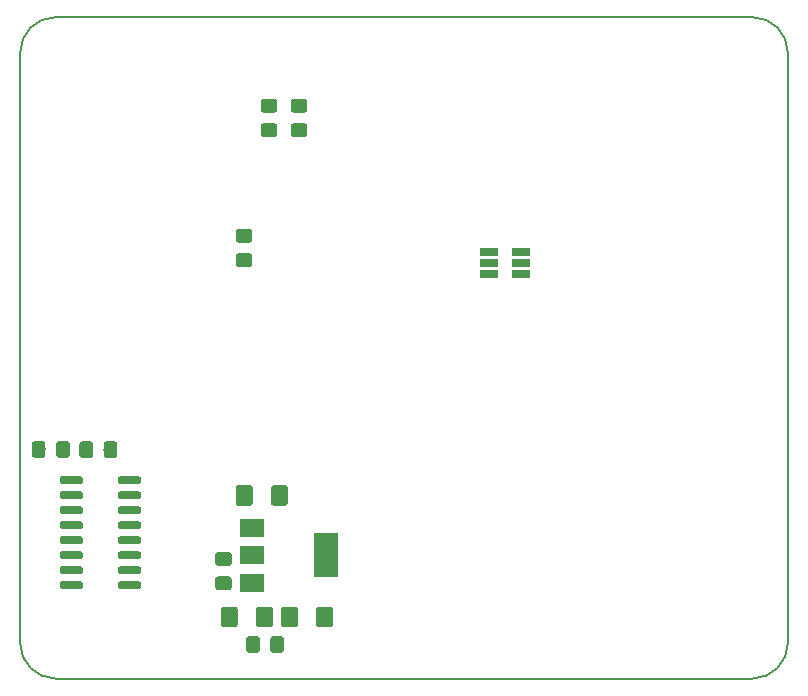
<source format=gbp>
G04 #@! TF.GenerationSoftware,KiCad,Pcbnew,(5.1.4)-1*
G04 #@! TF.CreationDate,2019-11-05T17:53:00+05:30*
G04 #@! TF.ProjectId,RPi Hat RF Transmitter V1,52506920-4861-4742-9052-46205472616e,rev?*
G04 #@! TF.SameCoordinates,Original*
G04 #@! TF.FileFunction,Paste,Bot*
G04 #@! TF.FilePolarity,Positive*
%FSLAX46Y46*%
G04 Gerber Fmt 4.6, Leading zero omitted, Abs format (unit mm)*
G04 Created by KiCad (PCBNEW (5.1.4)-1) date 2019-11-05 17:53:00*
%MOMM*%
%LPD*%
G04 APERTURE LIST*
%ADD10C,0.150000*%
%ADD11R,1.560000X0.650000*%
%ADD12R,2.000000X1.500000*%
%ADD13R,2.000000X3.800000*%
%ADD14C,0.100000*%
%ADD15C,1.150000*%
%ADD16C,1.425000*%
%ADD17C,0.600000*%
G04 APERTURE END LIST*
D10*
X78546356Y-63817611D02*
X78546356Y-113817611D01*
X140546356Y-60817611D02*
X81546356Y-60817611D01*
X143546351Y-113822847D02*
X143546356Y-63817611D01*
X81546356Y-116817611D02*
X140546356Y-116817611D01*
X78546356Y-63817611D02*
G75*
G02X81546356Y-60817611I3000000J0D01*
G01*
X140546356Y-60817611D02*
G75*
G02X143546356Y-63817611I0J-3000000D01*
G01*
X81546356Y-116817611D02*
G75*
G02X78546356Y-113817611I0J3000000D01*
G01*
X143546351Y-113822847D02*
G75*
G02X140546356Y-116817611I-2999995J5236D01*
G01*
D11*
X120950000Y-81640000D03*
X120950000Y-82590000D03*
X120950000Y-80690000D03*
X118250000Y-80690000D03*
X118250000Y-81640000D03*
X118250000Y-82590000D03*
D12*
X98170000Y-108700000D03*
X98170000Y-104100000D03*
X98170000Y-106400000D03*
D13*
X104470000Y-106400000D03*
D14*
G36*
X96234505Y-108176204D02*
G01*
X96258773Y-108179804D01*
X96282572Y-108185765D01*
X96305671Y-108194030D01*
X96327850Y-108204520D01*
X96348893Y-108217132D01*
X96368599Y-108231747D01*
X96386777Y-108248223D01*
X96403253Y-108266401D01*
X96417868Y-108286107D01*
X96430480Y-108307150D01*
X96440970Y-108329329D01*
X96449235Y-108352428D01*
X96455196Y-108376227D01*
X96458796Y-108400495D01*
X96460000Y-108424999D01*
X96460000Y-109075001D01*
X96458796Y-109099505D01*
X96455196Y-109123773D01*
X96449235Y-109147572D01*
X96440970Y-109170671D01*
X96430480Y-109192850D01*
X96417868Y-109213893D01*
X96403253Y-109233599D01*
X96386777Y-109251777D01*
X96368599Y-109268253D01*
X96348893Y-109282868D01*
X96327850Y-109295480D01*
X96305671Y-109305970D01*
X96282572Y-109314235D01*
X96258773Y-109320196D01*
X96234505Y-109323796D01*
X96210001Y-109325000D01*
X95309999Y-109325000D01*
X95285495Y-109323796D01*
X95261227Y-109320196D01*
X95237428Y-109314235D01*
X95214329Y-109305970D01*
X95192150Y-109295480D01*
X95171107Y-109282868D01*
X95151401Y-109268253D01*
X95133223Y-109251777D01*
X95116747Y-109233599D01*
X95102132Y-109213893D01*
X95089520Y-109192850D01*
X95079030Y-109170671D01*
X95070765Y-109147572D01*
X95064804Y-109123773D01*
X95061204Y-109099505D01*
X95060000Y-109075001D01*
X95060000Y-108424999D01*
X95061204Y-108400495D01*
X95064804Y-108376227D01*
X95070765Y-108352428D01*
X95079030Y-108329329D01*
X95089520Y-108307150D01*
X95102132Y-108286107D01*
X95116747Y-108266401D01*
X95133223Y-108248223D01*
X95151401Y-108231747D01*
X95171107Y-108217132D01*
X95192150Y-108204520D01*
X95214329Y-108194030D01*
X95237428Y-108185765D01*
X95261227Y-108179804D01*
X95285495Y-108176204D01*
X95309999Y-108175000D01*
X96210001Y-108175000D01*
X96234505Y-108176204D01*
X96234505Y-108176204D01*
G37*
D15*
X95760000Y-108750000D03*
D14*
G36*
X96234505Y-106126204D02*
G01*
X96258773Y-106129804D01*
X96282572Y-106135765D01*
X96305671Y-106144030D01*
X96327850Y-106154520D01*
X96348893Y-106167132D01*
X96368599Y-106181747D01*
X96386777Y-106198223D01*
X96403253Y-106216401D01*
X96417868Y-106236107D01*
X96430480Y-106257150D01*
X96440970Y-106279329D01*
X96449235Y-106302428D01*
X96455196Y-106326227D01*
X96458796Y-106350495D01*
X96460000Y-106374999D01*
X96460000Y-107025001D01*
X96458796Y-107049505D01*
X96455196Y-107073773D01*
X96449235Y-107097572D01*
X96440970Y-107120671D01*
X96430480Y-107142850D01*
X96417868Y-107163893D01*
X96403253Y-107183599D01*
X96386777Y-107201777D01*
X96368599Y-107218253D01*
X96348893Y-107232868D01*
X96327850Y-107245480D01*
X96305671Y-107255970D01*
X96282572Y-107264235D01*
X96258773Y-107270196D01*
X96234505Y-107273796D01*
X96210001Y-107275000D01*
X95309999Y-107275000D01*
X95285495Y-107273796D01*
X95261227Y-107270196D01*
X95237428Y-107264235D01*
X95214329Y-107255970D01*
X95192150Y-107245480D01*
X95171107Y-107232868D01*
X95151401Y-107218253D01*
X95133223Y-107201777D01*
X95116747Y-107183599D01*
X95102132Y-107163893D01*
X95089520Y-107142850D01*
X95079030Y-107120671D01*
X95070765Y-107097572D01*
X95064804Y-107073773D01*
X95061204Y-107049505D01*
X95060000Y-107025001D01*
X95060000Y-106374999D01*
X95061204Y-106350495D01*
X95064804Y-106326227D01*
X95070765Y-106302428D01*
X95079030Y-106279329D01*
X95089520Y-106257150D01*
X95102132Y-106236107D01*
X95116747Y-106216401D01*
X95133223Y-106198223D01*
X95151401Y-106181747D01*
X95171107Y-106167132D01*
X95192150Y-106154520D01*
X95214329Y-106144030D01*
X95237428Y-106135765D01*
X95261227Y-106129804D01*
X95285495Y-106126204D01*
X95309999Y-106125000D01*
X96210001Y-106125000D01*
X96234505Y-106126204D01*
X96234505Y-106126204D01*
G37*
D15*
X95760000Y-106700000D03*
D14*
G36*
X98609505Y-113241204D02*
G01*
X98633773Y-113244804D01*
X98657572Y-113250765D01*
X98680671Y-113259030D01*
X98702850Y-113269520D01*
X98723893Y-113282132D01*
X98743599Y-113296747D01*
X98761777Y-113313223D01*
X98778253Y-113331401D01*
X98792868Y-113351107D01*
X98805480Y-113372150D01*
X98815970Y-113394329D01*
X98824235Y-113417428D01*
X98830196Y-113441227D01*
X98833796Y-113465495D01*
X98835000Y-113489999D01*
X98835000Y-114390001D01*
X98833796Y-114414505D01*
X98830196Y-114438773D01*
X98824235Y-114462572D01*
X98815970Y-114485671D01*
X98805480Y-114507850D01*
X98792868Y-114528893D01*
X98778253Y-114548599D01*
X98761777Y-114566777D01*
X98743599Y-114583253D01*
X98723893Y-114597868D01*
X98702850Y-114610480D01*
X98680671Y-114620970D01*
X98657572Y-114629235D01*
X98633773Y-114635196D01*
X98609505Y-114638796D01*
X98585001Y-114640000D01*
X97934999Y-114640000D01*
X97910495Y-114638796D01*
X97886227Y-114635196D01*
X97862428Y-114629235D01*
X97839329Y-114620970D01*
X97817150Y-114610480D01*
X97796107Y-114597868D01*
X97776401Y-114583253D01*
X97758223Y-114566777D01*
X97741747Y-114548599D01*
X97727132Y-114528893D01*
X97714520Y-114507850D01*
X97704030Y-114485671D01*
X97695765Y-114462572D01*
X97689804Y-114438773D01*
X97686204Y-114414505D01*
X97685000Y-114390001D01*
X97685000Y-113489999D01*
X97686204Y-113465495D01*
X97689804Y-113441227D01*
X97695765Y-113417428D01*
X97704030Y-113394329D01*
X97714520Y-113372150D01*
X97727132Y-113351107D01*
X97741747Y-113331401D01*
X97758223Y-113313223D01*
X97776401Y-113296747D01*
X97796107Y-113282132D01*
X97817150Y-113269520D01*
X97839329Y-113259030D01*
X97862428Y-113250765D01*
X97886227Y-113244804D01*
X97910495Y-113241204D01*
X97934999Y-113240000D01*
X98585001Y-113240000D01*
X98609505Y-113241204D01*
X98609505Y-113241204D01*
G37*
D15*
X98260000Y-113940000D03*
D14*
G36*
X100659505Y-113241204D02*
G01*
X100683773Y-113244804D01*
X100707572Y-113250765D01*
X100730671Y-113259030D01*
X100752850Y-113269520D01*
X100773893Y-113282132D01*
X100793599Y-113296747D01*
X100811777Y-113313223D01*
X100828253Y-113331401D01*
X100842868Y-113351107D01*
X100855480Y-113372150D01*
X100865970Y-113394329D01*
X100874235Y-113417428D01*
X100880196Y-113441227D01*
X100883796Y-113465495D01*
X100885000Y-113489999D01*
X100885000Y-114390001D01*
X100883796Y-114414505D01*
X100880196Y-114438773D01*
X100874235Y-114462572D01*
X100865970Y-114485671D01*
X100855480Y-114507850D01*
X100842868Y-114528893D01*
X100828253Y-114548599D01*
X100811777Y-114566777D01*
X100793599Y-114583253D01*
X100773893Y-114597868D01*
X100752850Y-114610480D01*
X100730671Y-114620970D01*
X100707572Y-114629235D01*
X100683773Y-114635196D01*
X100659505Y-114638796D01*
X100635001Y-114640000D01*
X99984999Y-114640000D01*
X99960495Y-114638796D01*
X99936227Y-114635196D01*
X99912428Y-114629235D01*
X99889329Y-114620970D01*
X99867150Y-114610480D01*
X99846107Y-114597868D01*
X99826401Y-114583253D01*
X99808223Y-114566777D01*
X99791747Y-114548599D01*
X99777132Y-114528893D01*
X99764520Y-114507850D01*
X99754030Y-114485671D01*
X99745765Y-114462572D01*
X99739804Y-114438773D01*
X99736204Y-114414505D01*
X99735000Y-114390001D01*
X99735000Y-113489999D01*
X99736204Y-113465495D01*
X99739804Y-113441227D01*
X99745765Y-113417428D01*
X99754030Y-113394329D01*
X99764520Y-113372150D01*
X99777132Y-113351107D01*
X99791747Y-113331401D01*
X99808223Y-113313223D01*
X99826401Y-113296747D01*
X99846107Y-113282132D01*
X99867150Y-113269520D01*
X99889329Y-113259030D01*
X99912428Y-113250765D01*
X99936227Y-113244804D01*
X99960495Y-113241204D01*
X99984999Y-113240000D01*
X100635001Y-113240000D01*
X100659505Y-113241204D01*
X100659505Y-113241204D01*
G37*
D15*
X100310000Y-113940000D03*
D14*
G36*
X84489505Y-96741204D02*
G01*
X84513773Y-96744804D01*
X84537572Y-96750765D01*
X84560671Y-96759030D01*
X84582850Y-96769520D01*
X84603893Y-96782132D01*
X84623599Y-96796747D01*
X84641777Y-96813223D01*
X84658253Y-96831401D01*
X84672868Y-96851107D01*
X84685480Y-96872150D01*
X84695970Y-96894329D01*
X84704235Y-96917428D01*
X84710196Y-96941227D01*
X84713796Y-96965495D01*
X84715000Y-96989999D01*
X84715000Y-97890001D01*
X84713796Y-97914505D01*
X84710196Y-97938773D01*
X84704235Y-97962572D01*
X84695970Y-97985671D01*
X84685480Y-98007850D01*
X84672868Y-98028893D01*
X84658253Y-98048599D01*
X84641777Y-98066777D01*
X84623599Y-98083253D01*
X84603893Y-98097868D01*
X84582850Y-98110480D01*
X84560671Y-98120970D01*
X84537572Y-98129235D01*
X84513773Y-98135196D01*
X84489505Y-98138796D01*
X84465001Y-98140000D01*
X83814999Y-98140000D01*
X83790495Y-98138796D01*
X83766227Y-98135196D01*
X83742428Y-98129235D01*
X83719329Y-98120970D01*
X83697150Y-98110480D01*
X83676107Y-98097868D01*
X83656401Y-98083253D01*
X83638223Y-98066777D01*
X83621747Y-98048599D01*
X83607132Y-98028893D01*
X83594520Y-98007850D01*
X83584030Y-97985671D01*
X83575765Y-97962572D01*
X83569804Y-97938773D01*
X83566204Y-97914505D01*
X83565000Y-97890001D01*
X83565000Y-96989999D01*
X83566204Y-96965495D01*
X83569804Y-96941227D01*
X83575765Y-96917428D01*
X83584030Y-96894329D01*
X83594520Y-96872150D01*
X83607132Y-96851107D01*
X83621747Y-96831401D01*
X83638223Y-96813223D01*
X83656401Y-96796747D01*
X83676107Y-96782132D01*
X83697150Y-96769520D01*
X83719329Y-96759030D01*
X83742428Y-96750765D01*
X83766227Y-96744804D01*
X83790495Y-96741204D01*
X83814999Y-96740000D01*
X84465001Y-96740000D01*
X84489505Y-96741204D01*
X84489505Y-96741204D01*
G37*
D15*
X84140000Y-97440000D03*
D14*
G36*
X86539505Y-96741204D02*
G01*
X86563773Y-96744804D01*
X86587572Y-96750765D01*
X86610671Y-96759030D01*
X86632850Y-96769520D01*
X86653893Y-96782132D01*
X86673599Y-96796747D01*
X86691777Y-96813223D01*
X86708253Y-96831401D01*
X86722868Y-96851107D01*
X86735480Y-96872150D01*
X86745970Y-96894329D01*
X86754235Y-96917428D01*
X86760196Y-96941227D01*
X86763796Y-96965495D01*
X86765000Y-96989999D01*
X86765000Y-97890001D01*
X86763796Y-97914505D01*
X86760196Y-97938773D01*
X86754235Y-97962572D01*
X86745970Y-97985671D01*
X86735480Y-98007850D01*
X86722868Y-98028893D01*
X86708253Y-98048599D01*
X86691777Y-98066777D01*
X86673599Y-98083253D01*
X86653893Y-98097868D01*
X86632850Y-98110480D01*
X86610671Y-98120970D01*
X86587572Y-98129235D01*
X86563773Y-98135196D01*
X86539505Y-98138796D01*
X86515001Y-98140000D01*
X85864999Y-98140000D01*
X85840495Y-98138796D01*
X85816227Y-98135196D01*
X85792428Y-98129235D01*
X85769329Y-98120970D01*
X85747150Y-98110480D01*
X85726107Y-98097868D01*
X85706401Y-98083253D01*
X85688223Y-98066777D01*
X85671747Y-98048599D01*
X85657132Y-98028893D01*
X85644520Y-98007850D01*
X85634030Y-97985671D01*
X85625765Y-97962572D01*
X85619804Y-97938773D01*
X85616204Y-97914505D01*
X85615000Y-97890001D01*
X85615000Y-96989999D01*
X85616204Y-96965495D01*
X85619804Y-96941227D01*
X85625765Y-96917428D01*
X85634030Y-96894329D01*
X85644520Y-96872150D01*
X85657132Y-96851107D01*
X85671747Y-96831401D01*
X85688223Y-96813223D01*
X85706401Y-96796747D01*
X85726107Y-96782132D01*
X85747150Y-96769520D01*
X85769329Y-96759030D01*
X85792428Y-96750765D01*
X85816227Y-96744804D01*
X85840495Y-96741204D01*
X85864999Y-96740000D01*
X86515001Y-96740000D01*
X86539505Y-96741204D01*
X86539505Y-96741204D01*
G37*
D15*
X86190000Y-97440000D03*
D14*
G36*
X102634505Y-69811204D02*
G01*
X102658773Y-69814804D01*
X102682572Y-69820765D01*
X102705671Y-69829030D01*
X102727850Y-69839520D01*
X102748893Y-69852132D01*
X102768599Y-69866747D01*
X102786777Y-69883223D01*
X102803253Y-69901401D01*
X102817868Y-69921107D01*
X102830480Y-69942150D01*
X102840970Y-69964329D01*
X102849235Y-69987428D01*
X102855196Y-70011227D01*
X102858796Y-70035495D01*
X102860000Y-70059999D01*
X102860000Y-70710001D01*
X102858796Y-70734505D01*
X102855196Y-70758773D01*
X102849235Y-70782572D01*
X102840970Y-70805671D01*
X102830480Y-70827850D01*
X102817868Y-70848893D01*
X102803253Y-70868599D01*
X102786777Y-70886777D01*
X102768599Y-70903253D01*
X102748893Y-70917868D01*
X102727850Y-70930480D01*
X102705671Y-70940970D01*
X102682572Y-70949235D01*
X102658773Y-70955196D01*
X102634505Y-70958796D01*
X102610001Y-70960000D01*
X101709999Y-70960000D01*
X101685495Y-70958796D01*
X101661227Y-70955196D01*
X101637428Y-70949235D01*
X101614329Y-70940970D01*
X101592150Y-70930480D01*
X101571107Y-70917868D01*
X101551401Y-70903253D01*
X101533223Y-70886777D01*
X101516747Y-70868599D01*
X101502132Y-70848893D01*
X101489520Y-70827850D01*
X101479030Y-70805671D01*
X101470765Y-70782572D01*
X101464804Y-70758773D01*
X101461204Y-70734505D01*
X101460000Y-70710001D01*
X101460000Y-70059999D01*
X101461204Y-70035495D01*
X101464804Y-70011227D01*
X101470765Y-69987428D01*
X101479030Y-69964329D01*
X101489520Y-69942150D01*
X101502132Y-69921107D01*
X101516747Y-69901401D01*
X101533223Y-69883223D01*
X101551401Y-69866747D01*
X101571107Y-69852132D01*
X101592150Y-69839520D01*
X101614329Y-69829030D01*
X101637428Y-69820765D01*
X101661227Y-69814804D01*
X101685495Y-69811204D01*
X101709999Y-69810000D01*
X102610001Y-69810000D01*
X102634505Y-69811204D01*
X102634505Y-69811204D01*
G37*
D15*
X102160000Y-70385000D03*
D14*
G36*
X102634505Y-67761204D02*
G01*
X102658773Y-67764804D01*
X102682572Y-67770765D01*
X102705671Y-67779030D01*
X102727850Y-67789520D01*
X102748893Y-67802132D01*
X102768599Y-67816747D01*
X102786777Y-67833223D01*
X102803253Y-67851401D01*
X102817868Y-67871107D01*
X102830480Y-67892150D01*
X102840970Y-67914329D01*
X102849235Y-67937428D01*
X102855196Y-67961227D01*
X102858796Y-67985495D01*
X102860000Y-68009999D01*
X102860000Y-68660001D01*
X102858796Y-68684505D01*
X102855196Y-68708773D01*
X102849235Y-68732572D01*
X102840970Y-68755671D01*
X102830480Y-68777850D01*
X102817868Y-68798893D01*
X102803253Y-68818599D01*
X102786777Y-68836777D01*
X102768599Y-68853253D01*
X102748893Y-68867868D01*
X102727850Y-68880480D01*
X102705671Y-68890970D01*
X102682572Y-68899235D01*
X102658773Y-68905196D01*
X102634505Y-68908796D01*
X102610001Y-68910000D01*
X101709999Y-68910000D01*
X101685495Y-68908796D01*
X101661227Y-68905196D01*
X101637428Y-68899235D01*
X101614329Y-68890970D01*
X101592150Y-68880480D01*
X101571107Y-68867868D01*
X101551401Y-68853253D01*
X101533223Y-68836777D01*
X101516747Y-68818599D01*
X101502132Y-68798893D01*
X101489520Y-68777850D01*
X101479030Y-68755671D01*
X101470765Y-68732572D01*
X101464804Y-68708773D01*
X101461204Y-68684505D01*
X101460000Y-68660001D01*
X101460000Y-68009999D01*
X101461204Y-67985495D01*
X101464804Y-67961227D01*
X101470765Y-67937428D01*
X101479030Y-67914329D01*
X101489520Y-67892150D01*
X101502132Y-67871107D01*
X101516747Y-67851401D01*
X101533223Y-67833223D01*
X101551401Y-67816747D01*
X101571107Y-67802132D01*
X101592150Y-67789520D01*
X101614329Y-67779030D01*
X101637428Y-67770765D01*
X101661227Y-67764804D01*
X101685495Y-67761204D01*
X101709999Y-67760000D01*
X102610001Y-67760000D01*
X102634505Y-67761204D01*
X102634505Y-67761204D01*
G37*
D15*
X102160000Y-68335000D03*
D14*
G36*
X100094505Y-69811204D02*
G01*
X100118773Y-69814804D01*
X100142572Y-69820765D01*
X100165671Y-69829030D01*
X100187850Y-69839520D01*
X100208893Y-69852132D01*
X100228599Y-69866747D01*
X100246777Y-69883223D01*
X100263253Y-69901401D01*
X100277868Y-69921107D01*
X100290480Y-69942150D01*
X100300970Y-69964329D01*
X100309235Y-69987428D01*
X100315196Y-70011227D01*
X100318796Y-70035495D01*
X100320000Y-70059999D01*
X100320000Y-70710001D01*
X100318796Y-70734505D01*
X100315196Y-70758773D01*
X100309235Y-70782572D01*
X100300970Y-70805671D01*
X100290480Y-70827850D01*
X100277868Y-70848893D01*
X100263253Y-70868599D01*
X100246777Y-70886777D01*
X100228599Y-70903253D01*
X100208893Y-70917868D01*
X100187850Y-70930480D01*
X100165671Y-70940970D01*
X100142572Y-70949235D01*
X100118773Y-70955196D01*
X100094505Y-70958796D01*
X100070001Y-70960000D01*
X99169999Y-70960000D01*
X99145495Y-70958796D01*
X99121227Y-70955196D01*
X99097428Y-70949235D01*
X99074329Y-70940970D01*
X99052150Y-70930480D01*
X99031107Y-70917868D01*
X99011401Y-70903253D01*
X98993223Y-70886777D01*
X98976747Y-70868599D01*
X98962132Y-70848893D01*
X98949520Y-70827850D01*
X98939030Y-70805671D01*
X98930765Y-70782572D01*
X98924804Y-70758773D01*
X98921204Y-70734505D01*
X98920000Y-70710001D01*
X98920000Y-70059999D01*
X98921204Y-70035495D01*
X98924804Y-70011227D01*
X98930765Y-69987428D01*
X98939030Y-69964329D01*
X98949520Y-69942150D01*
X98962132Y-69921107D01*
X98976747Y-69901401D01*
X98993223Y-69883223D01*
X99011401Y-69866747D01*
X99031107Y-69852132D01*
X99052150Y-69839520D01*
X99074329Y-69829030D01*
X99097428Y-69820765D01*
X99121227Y-69814804D01*
X99145495Y-69811204D01*
X99169999Y-69810000D01*
X100070001Y-69810000D01*
X100094505Y-69811204D01*
X100094505Y-69811204D01*
G37*
D15*
X99620000Y-70385000D03*
D14*
G36*
X100094505Y-67761204D02*
G01*
X100118773Y-67764804D01*
X100142572Y-67770765D01*
X100165671Y-67779030D01*
X100187850Y-67789520D01*
X100208893Y-67802132D01*
X100228599Y-67816747D01*
X100246777Y-67833223D01*
X100263253Y-67851401D01*
X100277868Y-67871107D01*
X100290480Y-67892150D01*
X100300970Y-67914329D01*
X100309235Y-67937428D01*
X100315196Y-67961227D01*
X100318796Y-67985495D01*
X100320000Y-68009999D01*
X100320000Y-68660001D01*
X100318796Y-68684505D01*
X100315196Y-68708773D01*
X100309235Y-68732572D01*
X100300970Y-68755671D01*
X100290480Y-68777850D01*
X100277868Y-68798893D01*
X100263253Y-68818599D01*
X100246777Y-68836777D01*
X100228599Y-68853253D01*
X100208893Y-68867868D01*
X100187850Y-68880480D01*
X100165671Y-68890970D01*
X100142572Y-68899235D01*
X100118773Y-68905196D01*
X100094505Y-68908796D01*
X100070001Y-68910000D01*
X99169999Y-68910000D01*
X99145495Y-68908796D01*
X99121227Y-68905196D01*
X99097428Y-68899235D01*
X99074329Y-68890970D01*
X99052150Y-68880480D01*
X99031107Y-68867868D01*
X99011401Y-68853253D01*
X98993223Y-68836777D01*
X98976747Y-68818599D01*
X98962132Y-68798893D01*
X98949520Y-68777850D01*
X98939030Y-68755671D01*
X98930765Y-68732572D01*
X98924804Y-68708773D01*
X98921204Y-68684505D01*
X98920000Y-68660001D01*
X98920000Y-68009999D01*
X98921204Y-67985495D01*
X98924804Y-67961227D01*
X98930765Y-67937428D01*
X98939030Y-67914329D01*
X98949520Y-67892150D01*
X98962132Y-67871107D01*
X98976747Y-67851401D01*
X98993223Y-67833223D01*
X99011401Y-67816747D01*
X99031107Y-67802132D01*
X99052150Y-67789520D01*
X99074329Y-67779030D01*
X99097428Y-67770765D01*
X99121227Y-67764804D01*
X99145495Y-67761204D01*
X99169999Y-67760000D01*
X100070001Y-67760000D01*
X100094505Y-67761204D01*
X100094505Y-67761204D01*
G37*
D15*
X99620000Y-68335000D03*
D14*
G36*
X97974505Y-80811204D02*
G01*
X97998773Y-80814804D01*
X98022572Y-80820765D01*
X98045671Y-80829030D01*
X98067850Y-80839520D01*
X98088893Y-80852132D01*
X98108599Y-80866747D01*
X98126777Y-80883223D01*
X98143253Y-80901401D01*
X98157868Y-80921107D01*
X98170480Y-80942150D01*
X98180970Y-80964329D01*
X98189235Y-80987428D01*
X98195196Y-81011227D01*
X98198796Y-81035495D01*
X98200000Y-81059999D01*
X98200000Y-81710001D01*
X98198796Y-81734505D01*
X98195196Y-81758773D01*
X98189235Y-81782572D01*
X98180970Y-81805671D01*
X98170480Y-81827850D01*
X98157868Y-81848893D01*
X98143253Y-81868599D01*
X98126777Y-81886777D01*
X98108599Y-81903253D01*
X98088893Y-81917868D01*
X98067850Y-81930480D01*
X98045671Y-81940970D01*
X98022572Y-81949235D01*
X97998773Y-81955196D01*
X97974505Y-81958796D01*
X97950001Y-81960000D01*
X97049999Y-81960000D01*
X97025495Y-81958796D01*
X97001227Y-81955196D01*
X96977428Y-81949235D01*
X96954329Y-81940970D01*
X96932150Y-81930480D01*
X96911107Y-81917868D01*
X96891401Y-81903253D01*
X96873223Y-81886777D01*
X96856747Y-81868599D01*
X96842132Y-81848893D01*
X96829520Y-81827850D01*
X96819030Y-81805671D01*
X96810765Y-81782572D01*
X96804804Y-81758773D01*
X96801204Y-81734505D01*
X96800000Y-81710001D01*
X96800000Y-81059999D01*
X96801204Y-81035495D01*
X96804804Y-81011227D01*
X96810765Y-80987428D01*
X96819030Y-80964329D01*
X96829520Y-80942150D01*
X96842132Y-80921107D01*
X96856747Y-80901401D01*
X96873223Y-80883223D01*
X96891401Y-80866747D01*
X96911107Y-80852132D01*
X96932150Y-80839520D01*
X96954329Y-80829030D01*
X96977428Y-80820765D01*
X97001227Y-80814804D01*
X97025495Y-80811204D01*
X97049999Y-80810000D01*
X97950001Y-80810000D01*
X97974505Y-80811204D01*
X97974505Y-80811204D01*
G37*
D15*
X97500000Y-81385000D03*
D14*
G36*
X97974505Y-78761204D02*
G01*
X97998773Y-78764804D01*
X98022572Y-78770765D01*
X98045671Y-78779030D01*
X98067850Y-78789520D01*
X98088893Y-78802132D01*
X98108599Y-78816747D01*
X98126777Y-78833223D01*
X98143253Y-78851401D01*
X98157868Y-78871107D01*
X98170480Y-78892150D01*
X98180970Y-78914329D01*
X98189235Y-78937428D01*
X98195196Y-78961227D01*
X98198796Y-78985495D01*
X98200000Y-79009999D01*
X98200000Y-79660001D01*
X98198796Y-79684505D01*
X98195196Y-79708773D01*
X98189235Y-79732572D01*
X98180970Y-79755671D01*
X98170480Y-79777850D01*
X98157868Y-79798893D01*
X98143253Y-79818599D01*
X98126777Y-79836777D01*
X98108599Y-79853253D01*
X98088893Y-79867868D01*
X98067850Y-79880480D01*
X98045671Y-79890970D01*
X98022572Y-79899235D01*
X97998773Y-79905196D01*
X97974505Y-79908796D01*
X97950001Y-79910000D01*
X97049999Y-79910000D01*
X97025495Y-79908796D01*
X97001227Y-79905196D01*
X96977428Y-79899235D01*
X96954329Y-79890970D01*
X96932150Y-79880480D01*
X96911107Y-79867868D01*
X96891401Y-79853253D01*
X96873223Y-79836777D01*
X96856747Y-79818599D01*
X96842132Y-79798893D01*
X96829520Y-79777850D01*
X96819030Y-79755671D01*
X96810765Y-79732572D01*
X96804804Y-79708773D01*
X96801204Y-79684505D01*
X96800000Y-79660001D01*
X96800000Y-79009999D01*
X96801204Y-78985495D01*
X96804804Y-78961227D01*
X96810765Y-78937428D01*
X96819030Y-78914329D01*
X96829520Y-78892150D01*
X96842132Y-78871107D01*
X96856747Y-78851401D01*
X96873223Y-78833223D01*
X96891401Y-78816747D01*
X96911107Y-78802132D01*
X96932150Y-78789520D01*
X96954329Y-78779030D01*
X96977428Y-78770765D01*
X97001227Y-78764804D01*
X97025495Y-78761204D01*
X97049999Y-78760000D01*
X97950001Y-78760000D01*
X97974505Y-78761204D01*
X97974505Y-78761204D01*
G37*
D15*
X97500000Y-79335000D03*
D14*
G36*
X101839504Y-110726204D02*
G01*
X101863773Y-110729804D01*
X101887571Y-110735765D01*
X101910671Y-110744030D01*
X101932849Y-110754520D01*
X101953893Y-110767133D01*
X101973598Y-110781747D01*
X101991777Y-110798223D01*
X102008253Y-110816402D01*
X102022867Y-110836107D01*
X102035480Y-110857151D01*
X102045970Y-110879329D01*
X102054235Y-110902429D01*
X102060196Y-110926227D01*
X102063796Y-110950496D01*
X102065000Y-110975000D01*
X102065000Y-112225000D01*
X102063796Y-112249504D01*
X102060196Y-112273773D01*
X102054235Y-112297571D01*
X102045970Y-112320671D01*
X102035480Y-112342849D01*
X102022867Y-112363893D01*
X102008253Y-112383598D01*
X101991777Y-112401777D01*
X101973598Y-112418253D01*
X101953893Y-112432867D01*
X101932849Y-112445480D01*
X101910671Y-112455970D01*
X101887571Y-112464235D01*
X101863773Y-112470196D01*
X101839504Y-112473796D01*
X101815000Y-112475000D01*
X100890000Y-112475000D01*
X100865496Y-112473796D01*
X100841227Y-112470196D01*
X100817429Y-112464235D01*
X100794329Y-112455970D01*
X100772151Y-112445480D01*
X100751107Y-112432867D01*
X100731402Y-112418253D01*
X100713223Y-112401777D01*
X100696747Y-112383598D01*
X100682133Y-112363893D01*
X100669520Y-112342849D01*
X100659030Y-112320671D01*
X100650765Y-112297571D01*
X100644804Y-112273773D01*
X100641204Y-112249504D01*
X100640000Y-112225000D01*
X100640000Y-110975000D01*
X100641204Y-110950496D01*
X100644804Y-110926227D01*
X100650765Y-110902429D01*
X100659030Y-110879329D01*
X100669520Y-110857151D01*
X100682133Y-110836107D01*
X100696747Y-110816402D01*
X100713223Y-110798223D01*
X100731402Y-110781747D01*
X100751107Y-110767133D01*
X100772151Y-110754520D01*
X100794329Y-110744030D01*
X100817429Y-110735765D01*
X100841227Y-110729804D01*
X100865496Y-110726204D01*
X100890000Y-110725000D01*
X101815000Y-110725000D01*
X101839504Y-110726204D01*
X101839504Y-110726204D01*
G37*
D16*
X101352500Y-111600000D03*
D14*
G36*
X104814504Y-110726204D02*
G01*
X104838773Y-110729804D01*
X104862571Y-110735765D01*
X104885671Y-110744030D01*
X104907849Y-110754520D01*
X104928893Y-110767133D01*
X104948598Y-110781747D01*
X104966777Y-110798223D01*
X104983253Y-110816402D01*
X104997867Y-110836107D01*
X105010480Y-110857151D01*
X105020970Y-110879329D01*
X105029235Y-110902429D01*
X105035196Y-110926227D01*
X105038796Y-110950496D01*
X105040000Y-110975000D01*
X105040000Y-112225000D01*
X105038796Y-112249504D01*
X105035196Y-112273773D01*
X105029235Y-112297571D01*
X105020970Y-112320671D01*
X105010480Y-112342849D01*
X104997867Y-112363893D01*
X104983253Y-112383598D01*
X104966777Y-112401777D01*
X104948598Y-112418253D01*
X104928893Y-112432867D01*
X104907849Y-112445480D01*
X104885671Y-112455970D01*
X104862571Y-112464235D01*
X104838773Y-112470196D01*
X104814504Y-112473796D01*
X104790000Y-112475000D01*
X103865000Y-112475000D01*
X103840496Y-112473796D01*
X103816227Y-112470196D01*
X103792429Y-112464235D01*
X103769329Y-112455970D01*
X103747151Y-112445480D01*
X103726107Y-112432867D01*
X103706402Y-112418253D01*
X103688223Y-112401777D01*
X103671747Y-112383598D01*
X103657133Y-112363893D01*
X103644520Y-112342849D01*
X103634030Y-112320671D01*
X103625765Y-112297571D01*
X103619804Y-112273773D01*
X103616204Y-112249504D01*
X103615000Y-112225000D01*
X103615000Y-110975000D01*
X103616204Y-110950496D01*
X103619804Y-110926227D01*
X103625765Y-110902429D01*
X103634030Y-110879329D01*
X103644520Y-110857151D01*
X103657133Y-110836107D01*
X103671747Y-110816402D01*
X103688223Y-110798223D01*
X103706402Y-110781747D01*
X103726107Y-110767133D01*
X103747151Y-110754520D01*
X103769329Y-110744030D01*
X103792429Y-110735765D01*
X103816227Y-110729804D01*
X103840496Y-110726204D01*
X103865000Y-110725000D01*
X104790000Y-110725000D01*
X104814504Y-110726204D01*
X104814504Y-110726204D01*
G37*
D16*
X104327500Y-111600000D03*
D14*
G36*
X99714504Y-110726204D02*
G01*
X99738773Y-110729804D01*
X99762571Y-110735765D01*
X99785671Y-110744030D01*
X99807849Y-110754520D01*
X99828893Y-110767133D01*
X99848598Y-110781747D01*
X99866777Y-110798223D01*
X99883253Y-110816402D01*
X99897867Y-110836107D01*
X99910480Y-110857151D01*
X99920970Y-110879329D01*
X99929235Y-110902429D01*
X99935196Y-110926227D01*
X99938796Y-110950496D01*
X99940000Y-110975000D01*
X99940000Y-112225000D01*
X99938796Y-112249504D01*
X99935196Y-112273773D01*
X99929235Y-112297571D01*
X99920970Y-112320671D01*
X99910480Y-112342849D01*
X99897867Y-112363893D01*
X99883253Y-112383598D01*
X99866777Y-112401777D01*
X99848598Y-112418253D01*
X99828893Y-112432867D01*
X99807849Y-112445480D01*
X99785671Y-112455970D01*
X99762571Y-112464235D01*
X99738773Y-112470196D01*
X99714504Y-112473796D01*
X99690000Y-112475000D01*
X98765000Y-112475000D01*
X98740496Y-112473796D01*
X98716227Y-112470196D01*
X98692429Y-112464235D01*
X98669329Y-112455970D01*
X98647151Y-112445480D01*
X98626107Y-112432867D01*
X98606402Y-112418253D01*
X98588223Y-112401777D01*
X98571747Y-112383598D01*
X98557133Y-112363893D01*
X98544520Y-112342849D01*
X98534030Y-112320671D01*
X98525765Y-112297571D01*
X98519804Y-112273773D01*
X98516204Y-112249504D01*
X98515000Y-112225000D01*
X98515000Y-110975000D01*
X98516204Y-110950496D01*
X98519804Y-110926227D01*
X98525765Y-110902429D01*
X98534030Y-110879329D01*
X98544520Y-110857151D01*
X98557133Y-110836107D01*
X98571747Y-110816402D01*
X98588223Y-110798223D01*
X98606402Y-110781747D01*
X98626107Y-110767133D01*
X98647151Y-110754520D01*
X98669329Y-110744030D01*
X98692429Y-110735765D01*
X98716227Y-110729804D01*
X98740496Y-110726204D01*
X98765000Y-110725000D01*
X99690000Y-110725000D01*
X99714504Y-110726204D01*
X99714504Y-110726204D01*
G37*
D16*
X99227500Y-111600000D03*
D14*
G36*
X96739504Y-110726204D02*
G01*
X96763773Y-110729804D01*
X96787571Y-110735765D01*
X96810671Y-110744030D01*
X96832849Y-110754520D01*
X96853893Y-110767133D01*
X96873598Y-110781747D01*
X96891777Y-110798223D01*
X96908253Y-110816402D01*
X96922867Y-110836107D01*
X96935480Y-110857151D01*
X96945970Y-110879329D01*
X96954235Y-110902429D01*
X96960196Y-110926227D01*
X96963796Y-110950496D01*
X96965000Y-110975000D01*
X96965000Y-112225000D01*
X96963796Y-112249504D01*
X96960196Y-112273773D01*
X96954235Y-112297571D01*
X96945970Y-112320671D01*
X96935480Y-112342849D01*
X96922867Y-112363893D01*
X96908253Y-112383598D01*
X96891777Y-112401777D01*
X96873598Y-112418253D01*
X96853893Y-112432867D01*
X96832849Y-112445480D01*
X96810671Y-112455970D01*
X96787571Y-112464235D01*
X96763773Y-112470196D01*
X96739504Y-112473796D01*
X96715000Y-112475000D01*
X95790000Y-112475000D01*
X95765496Y-112473796D01*
X95741227Y-112470196D01*
X95717429Y-112464235D01*
X95694329Y-112455970D01*
X95672151Y-112445480D01*
X95651107Y-112432867D01*
X95631402Y-112418253D01*
X95613223Y-112401777D01*
X95596747Y-112383598D01*
X95582133Y-112363893D01*
X95569520Y-112342849D01*
X95559030Y-112320671D01*
X95550765Y-112297571D01*
X95544804Y-112273773D01*
X95541204Y-112249504D01*
X95540000Y-112225000D01*
X95540000Y-110975000D01*
X95541204Y-110950496D01*
X95544804Y-110926227D01*
X95550765Y-110902429D01*
X95559030Y-110879329D01*
X95569520Y-110857151D01*
X95582133Y-110836107D01*
X95596747Y-110816402D01*
X95613223Y-110798223D01*
X95631402Y-110781747D01*
X95651107Y-110767133D01*
X95672151Y-110754520D01*
X95694329Y-110744030D01*
X95717429Y-110735765D01*
X95741227Y-110729804D01*
X95765496Y-110726204D01*
X95790000Y-110725000D01*
X96715000Y-110725000D01*
X96739504Y-110726204D01*
X96739504Y-110726204D01*
G37*
D16*
X96252500Y-111600000D03*
D14*
G36*
X100987004Y-100446204D02*
G01*
X101011273Y-100449804D01*
X101035071Y-100455765D01*
X101058171Y-100464030D01*
X101080349Y-100474520D01*
X101101393Y-100487133D01*
X101121098Y-100501747D01*
X101139277Y-100518223D01*
X101155753Y-100536402D01*
X101170367Y-100556107D01*
X101182980Y-100577151D01*
X101193470Y-100599329D01*
X101201735Y-100622429D01*
X101207696Y-100646227D01*
X101211296Y-100670496D01*
X101212500Y-100695000D01*
X101212500Y-101945000D01*
X101211296Y-101969504D01*
X101207696Y-101993773D01*
X101201735Y-102017571D01*
X101193470Y-102040671D01*
X101182980Y-102062849D01*
X101170367Y-102083893D01*
X101155753Y-102103598D01*
X101139277Y-102121777D01*
X101121098Y-102138253D01*
X101101393Y-102152867D01*
X101080349Y-102165480D01*
X101058171Y-102175970D01*
X101035071Y-102184235D01*
X101011273Y-102190196D01*
X100987004Y-102193796D01*
X100962500Y-102195000D01*
X100037500Y-102195000D01*
X100012996Y-102193796D01*
X99988727Y-102190196D01*
X99964929Y-102184235D01*
X99941829Y-102175970D01*
X99919651Y-102165480D01*
X99898607Y-102152867D01*
X99878902Y-102138253D01*
X99860723Y-102121777D01*
X99844247Y-102103598D01*
X99829633Y-102083893D01*
X99817020Y-102062849D01*
X99806530Y-102040671D01*
X99798265Y-102017571D01*
X99792304Y-101993773D01*
X99788704Y-101969504D01*
X99787500Y-101945000D01*
X99787500Y-100695000D01*
X99788704Y-100670496D01*
X99792304Y-100646227D01*
X99798265Y-100622429D01*
X99806530Y-100599329D01*
X99817020Y-100577151D01*
X99829633Y-100556107D01*
X99844247Y-100536402D01*
X99860723Y-100518223D01*
X99878902Y-100501747D01*
X99898607Y-100487133D01*
X99919651Y-100474520D01*
X99941829Y-100464030D01*
X99964929Y-100455765D01*
X99988727Y-100449804D01*
X100012996Y-100446204D01*
X100037500Y-100445000D01*
X100962500Y-100445000D01*
X100987004Y-100446204D01*
X100987004Y-100446204D01*
G37*
D16*
X100500000Y-101320000D03*
D14*
G36*
X98012004Y-100446204D02*
G01*
X98036273Y-100449804D01*
X98060071Y-100455765D01*
X98083171Y-100464030D01*
X98105349Y-100474520D01*
X98126393Y-100487133D01*
X98146098Y-100501747D01*
X98164277Y-100518223D01*
X98180753Y-100536402D01*
X98195367Y-100556107D01*
X98207980Y-100577151D01*
X98218470Y-100599329D01*
X98226735Y-100622429D01*
X98232696Y-100646227D01*
X98236296Y-100670496D01*
X98237500Y-100695000D01*
X98237500Y-101945000D01*
X98236296Y-101969504D01*
X98232696Y-101993773D01*
X98226735Y-102017571D01*
X98218470Y-102040671D01*
X98207980Y-102062849D01*
X98195367Y-102083893D01*
X98180753Y-102103598D01*
X98164277Y-102121777D01*
X98146098Y-102138253D01*
X98126393Y-102152867D01*
X98105349Y-102165480D01*
X98083171Y-102175970D01*
X98060071Y-102184235D01*
X98036273Y-102190196D01*
X98012004Y-102193796D01*
X97987500Y-102195000D01*
X97062500Y-102195000D01*
X97037996Y-102193796D01*
X97013727Y-102190196D01*
X96989929Y-102184235D01*
X96966829Y-102175970D01*
X96944651Y-102165480D01*
X96923607Y-102152867D01*
X96903902Y-102138253D01*
X96885723Y-102121777D01*
X96869247Y-102103598D01*
X96854633Y-102083893D01*
X96842020Y-102062849D01*
X96831530Y-102040671D01*
X96823265Y-102017571D01*
X96817304Y-101993773D01*
X96813704Y-101969504D01*
X96812500Y-101945000D01*
X96812500Y-100695000D01*
X96813704Y-100670496D01*
X96817304Y-100646227D01*
X96823265Y-100622429D01*
X96831530Y-100599329D01*
X96842020Y-100577151D01*
X96854633Y-100556107D01*
X96869247Y-100536402D01*
X96885723Y-100518223D01*
X96903902Y-100501747D01*
X96923607Y-100487133D01*
X96944651Y-100474520D01*
X96966829Y-100464030D01*
X96989929Y-100455765D01*
X97013727Y-100449804D01*
X97037996Y-100446204D01*
X97062500Y-100445000D01*
X97987500Y-100445000D01*
X98012004Y-100446204D01*
X98012004Y-100446204D01*
G37*
D16*
X97525000Y-101320000D03*
D14*
G36*
X80464505Y-96721204D02*
G01*
X80488773Y-96724804D01*
X80512572Y-96730765D01*
X80535671Y-96739030D01*
X80557850Y-96749520D01*
X80578893Y-96762132D01*
X80598599Y-96776747D01*
X80616777Y-96793223D01*
X80633253Y-96811401D01*
X80647868Y-96831107D01*
X80660480Y-96852150D01*
X80670970Y-96874329D01*
X80679235Y-96897428D01*
X80685196Y-96921227D01*
X80688796Y-96945495D01*
X80690000Y-96969999D01*
X80690000Y-97870001D01*
X80688796Y-97894505D01*
X80685196Y-97918773D01*
X80679235Y-97942572D01*
X80670970Y-97965671D01*
X80660480Y-97987850D01*
X80647868Y-98008893D01*
X80633253Y-98028599D01*
X80616777Y-98046777D01*
X80598599Y-98063253D01*
X80578893Y-98077868D01*
X80557850Y-98090480D01*
X80535671Y-98100970D01*
X80512572Y-98109235D01*
X80488773Y-98115196D01*
X80464505Y-98118796D01*
X80440001Y-98120000D01*
X79789999Y-98120000D01*
X79765495Y-98118796D01*
X79741227Y-98115196D01*
X79717428Y-98109235D01*
X79694329Y-98100970D01*
X79672150Y-98090480D01*
X79651107Y-98077868D01*
X79631401Y-98063253D01*
X79613223Y-98046777D01*
X79596747Y-98028599D01*
X79582132Y-98008893D01*
X79569520Y-97987850D01*
X79559030Y-97965671D01*
X79550765Y-97942572D01*
X79544804Y-97918773D01*
X79541204Y-97894505D01*
X79540000Y-97870001D01*
X79540000Y-96969999D01*
X79541204Y-96945495D01*
X79544804Y-96921227D01*
X79550765Y-96897428D01*
X79559030Y-96874329D01*
X79569520Y-96852150D01*
X79582132Y-96831107D01*
X79596747Y-96811401D01*
X79613223Y-96793223D01*
X79631401Y-96776747D01*
X79651107Y-96762132D01*
X79672150Y-96749520D01*
X79694329Y-96739030D01*
X79717428Y-96730765D01*
X79741227Y-96724804D01*
X79765495Y-96721204D01*
X79789999Y-96720000D01*
X80440001Y-96720000D01*
X80464505Y-96721204D01*
X80464505Y-96721204D01*
G37*
D15*
X80115000Y-97420000D03*
D14*
G36*
X82514505Y-96721204D02*
G01*
X82538773Y-96724804D01*
X82562572Y-96730765D01*
X82585671Y-96739030D01*
X82607850Y-96749520D01*
X82628893Y-96762132D01*
X82648599Y-96776747D01*
X82666777Y-96793223D01*
X82683253Y-96811401D01*
X82697868Y-96831107D01*
X82710480Y-96852150D01*
X82720970Y-96874329D01*
X82729235Y-96897428D01*
X82735196Y-96921227D01*
X82738796Y-96945495D01*
X82740000Y-96969999D01*
X82740000Y-97870001D01*
X82738796Y-97894505D01*
X82735196Y-97918773D01*
X82729235Y-97942572D01*
X82720970Y-97965671D01*
X82710480Y-97987850D01*
X82697868Y-98008893D01*
X82683253Y-98028599D01*
X82666777Y-98046777D01*
X82648599Y-98063253D01*
X82628893Y-98077868D01*
X82607850Y-98090480D01*
X82585671Y-98100970D01*
X82562572Y-98109235D01*
X82538773Y-98115196D01*
X82514505Y-98118796D01*
X82490001Y-98120000D01*
X81839999Y-98120000D01*
X81815495Y-98118796D01*
X81791227Y-98115196D01*
X81767428Y-98109235D01*
X81744329Y-98100970D01*
X81722150Y-98090480D01*
X81701107Y-98077868D01*
X81681401Y-98063253D01*
X81663223Y-98046777D01*
X81646747Y-98028599D01*
X81632132Y-98008893D01*
X81619520Y-97987850D01*
X81609030Y-97965671D01*
X81600765Y-97942572D01*
X81594804Y-97918773D01*
X81591204Y-97894505D01*
X81590000Y-97870001D01*
X81590000Y-96969999D01*
X81591204Y-96945495D01*
X81594804Y-96921227D01*
X81600765Y-96897428D01*
X81609030Y-96874329D01*
X81619520Y-96852150D01*
X81632132Y-96831107D01*
X81646747Y-96811401D01*
X81663223Y-96793223D01*
X81681401Y-96776747D01*
X81701107Y-96762132D01*
X81722150Y-96749520D01*
X81744329Y-96739030D01*
X81767428Y-96730765D01*
X81791227Y-96724804D01*
X81815495Y-96721204D01*
X81839999Y-96720000D01*
X82490001Y-96720000D01*
X82514505Y-96721204D01*
X82514505Y-96721204D01*
G37*
D15*
X82165000Y-97420000D03*
D14*
G36*
X83708703Y-99713222D02*
G01*
X83723264Y-99715382D01*
X83737543Y-99718959D01*
X83751403Y-99723918D01*
X83764710Y-99730212D01*
X83777336Y-99737780D01*
X83789159Y-99746548D01*
X83800066Y-99756434D01*
X83809952Y-99767341D01*
X83818720Y-99779164D01*
X83826288Y-99791790D01*
X83832582Y-99805097D01*
X83837541Y-99818957D01*
X83841118Y-99833236D01*
X83843278Y-99847797D01*
X83844000Y-99862500D01*
X83844000Y-100162500D01*
X83843278Y-100177203D01*
X83841118Y-100191764D01*
X83837541Y-100206043D01*
X83832582Y-100219903D01*
X83826288Y-100233210D01*
X83818720Y-100245836D01*
X83809952Y-100257659D01*
X83800066Y-100268566D01*
X83789159Y-100278452D01*
X83777336Y-100287220D01*
X83764710Y-100294788D01*
X83751403Y-100301082D01*
X83737543Y-100306041D01*
X83723264Y-100309618D01*
X83708703Y-100311778D01*
X83694000Y-100312500D01*
X82044000Y-100312500D01*
X82029297Y-100311778D01*
X82014736Y-100309618D01*
X82000457Y-100306041D01*
X81986597Y-100301082D01*
X81973290Y-100294788D01*
X81960664Y-100287220D01*
X81948841Y-100278452D01*
X81937934Y-100268566D01*
X81928048Y-100257659D01*
X81919280Y-100245836D01*
X81911712Y-100233210D01*
X81905418Y-100219903D01*
X81900459Y-100206043D01*
X81896882Y-100191764D01*
X81894722Y-100177203D01*
X81894000Y-100162500D01*
X81894000Y-99862500D01*
X81894722Y-99847797D01*
X81896882Y-99833236D01*
X81900459Y-99818957D01*
X81905418Y-99805097D01*
X81911712Y-99791790D01*
X81919280Y-99779164D01*
X81928048Y-99767341D01*
X81937934Y-99756434D01*
X81948841Y-99746548D01*
X81960664Y-99737780D01*
X81973290Y-99730212D01*
X81986597Y-99723918D01*
X82000457Y-99718959D01*
X82014736Y-99715382D01*
X82029297Y-99713222D01*
X82044000Y-99712500D01*
X83694000Y-99712500D01*
X83708703Y-99713222D01*
X83708703Y-99713222D01*
G37*
D17*
X82869000Y-100012500D03*
D14*
G36*
X83708703Y-100983222D02*
G01*
X83723264Y-100985382D01*
X83737543Y-100988959D01*
X83751403Y-100993918D01*
X83764710Y-101000212D01*
X83777336Y-101007780D01*
X83789159Y-101016548D01*
X83800066Y-101026434D01*
X83809952Y-101037341D01*
X83818720Y-101049164D01*
X83826288Y-101061790D01*
X83832582Y-101075097D01*
X83837541Y-101088957D01*
X83841118Y-101103236D01*
X83843278Y-101117797D01*
X83844000Y-101132500D01*
X83844000Y-101432500D01*
X83843278Y-101447203D01*
X83841118Y-101461764D01*
X83837541Y-101476043D01*
X83832582Y-101489903D01*
X83826288Y-101503210D01*
X83818720Y-101515836D01*
X83809952Y-101527659D01*
X83800066Y-101538566D01*
X83789159Y-101548452D01*
X83777336Y-101557220D01*
X83764710Y-101564788D01*
X83751403Y-101571082D01*
X83737543Y-101576041D01*
X83723264Y-101579618D01*
X83708703Y-101581778D01*
X83694000Y-101582500D01*
X82044000Y-101582500D01*
X82029297Y-101581778D01*
X82014736Y-101579618D01*
X82000457Y-101576041D01*
X81986597Y-101571082D01*
X81973290Y-101564788D01*
X81960664Y-101557220D01*
X81948841Y-101548452D01*
X81937934Y-101538566D01*
X81928048Y-101527659D01*
X81919280Y-101515836D01*
X81911712Y-101503210D01*
X81905418Y-101489903D01*
X81900459Y-101476043D01*
X81896882Y-101461764D01*
X81894722Y-101447203D01*
X81894000Y-101432500D01*
X81894000Y-101132500D01*
X81894722Y-101117797D01*
X81896882Y-101103236D01*
X81900459Y-101088957D01*
X81905418Y-101075097D01*
X81911712Y-101061790D01*
X81919280Y-101049164D01*
X81928048Y-101037341D01*
X81937934Y-101026434D01*
X81948841Y-101016548D01*
X81960664Y-101007780D01*
X81973290Y-101000212D01*
X81986597Y-100993918D01*
X82000457Y-100988959D01*
X82014736Y-100985382D01*
X82029297Y-100983222D01*
X82044000Y-100982500D01*
X83694000Y-100982500D01*
X83708703Y-100983222D01*
X83708703Y-100983222D01*
G37*
D17*
X82869000Y-101282500D03*
D14*
G36*
X83708703Y-102253222D02*
G01*
X83723264Y-102255382D01*
X83737543Y-102258959D01*
X83751403Y-102263918D01*
X83764710Y-102270212D01*
X83777336Y-102277780D01*
X83789159Y-102286548D01*
X83800066Y-102296434D01*
X83809952Y-102307341D01*
X83818720Y-102319164D01*
X83826288Y-102331790D01*
X83832582Y-102345097D01*
X83837541Y-102358957D01*
X83841118Y-102373236D01*
X83843278Y-102387797D01*
X83844000Y-102402500D01*
X83844000Y-102702500D01*
X83843278Y-102717203D01*
X83841118Y-102731764D01*
X83837541Y-102746043D01*
X83832582Y-102759903D01*
X83826288Y-102773210D01*
X83818720Y-102785836D01*
X83809952Y-102797659D01*
X83800066Y-102808566D01*
X83789159Y-102818452D01*
X83777336Y-102827220D01*
X83764710Y-102834788D01*
X83751403Y-102841082D01*
X83737543Y-102846041D01*
X83723264Y-102849618D01*
X83708703Y-102851778D01*
X83694000Y-102852500D01*
X82044000Y-102852500D01*
X82029297Y-102851778D01*
X82014736Y-102849618D01*
X82000457Y-102846041D01*
X81986597Y-102841082D01*
X81973290Y-102834788D01*
X81960664Y-102827220D01*
X81948841Y-102818452D01*
X81937934Y-102808566D01*
X81928048Y-102797659D01*
X81919280Y-102785836D01*
X81911712Y-102773210D01*
X81905418Y-102759903D01*
X81900459Y-102746043D01*
X81896882Y-102731764D01*
X81894722Y-102717203D01*
X81894000Y-102702500D01*
X81894000Y-102402500D01*
X81894722Y-102387797D01*
X81896882Y-102373236D01*
X81900459Y-102358957D01*
X81905418Y-102345097D01*
X81911712Y-102331790D01*
X81919280Y-102319164D01*
X81928048Y-102307341D01*
X81937934Y-102296434D01*
X81948841Y-102286548D01*
X81960664Y-102277780D01*
X81973290Y-102270212D01*
X81986597Y-102263918D01*
X82000457Y-102258959D01*
X82014736Y-102255382D01*
X82029297Y-102253222D01*
X82044000Y-102252500D01*
X83694000Y-102252500D01*
X83708703Y-102253222D01*
X83708703Y-102253222D01*
G37*
D17*
X82869000Y-102552500D03*
D14*
G36*
X83708703Y-103523222D02*
G01*
X83723264Y-103525382D01*
X83737543Y-103528959D01*
X83751403Y-103533918D01*
X83764710Y-103540212D01*
X83777336Y-103547780D01*
X83789159Y-103556548D01*
X83800066Y-103566434D01*
X83809952Y-103577341D01*
X83818720Y-103589164D01*
X83826288Y-103601790D01*
X83832582Y-103615097D01*
X83837541Y-103628957D01*
X83841118Y-103643236D01*
X83843278Y-103657797D01*
X83844000Y-103672500D01*
X83844000Y-103972500D01*
X83843278Y-103987203D01*
X83841118Y-104001764D01*
X83837541Y-104016043D01*
X83832582Y-104029903D01*
X83826288Y-104043210D01*
X83818720Y-104055836D01*
X83809952Y-104067659D01*
X83800066Y-104078566D01*
X83789159Y-104088452D01*
X83777336Y-104097220D01*
X83764710Y-104104788D01*
X83751403Y-104111082D01*
X83737543Y-104116041D01*
X83723264Y-104119618D01*
X83708703Y-104121778D01*
X83694000Y-104122500D01*
X82044000Y-104122500D01*
X82029297Y-104121778D01*
X82014736Y-104119618D01*
X82000457Y-104116041D01*
X81986597Y-104111082D01*
X81973290Y-104104788D01*
X81960664Y-104097220D01*
X81948841Y-104088452D01*
X81937934Y-104078566D01*
X81928048Y-104067659D01*
X81919280Y-104055836D01*
X81911712Y-104043210D01*
X81905418Y-104029903D01*
X81900459Y-104016043D01*
X81896882Y-104001764D01*
X81894722Y-103987203D01*
X81894000Y-103972500D01*
X81894000Y-103672500D01*
X81894722Y-103657797D01*
X81896882Y-103643236D01*
X81900459Y-103628957D01*
X81905418Y-103615097D01*
X81911712Y-103601790D01*
X81919280Y-103589164D01*
X81928048Y-103577341D01*
X81937934Y-103566434D01*
X81948841Y-103556548D01*
X81960664Y-103547780D01*
X81973290Y-103540212D01*
X81986597Y-103533918D01*
X82000457Y-103528959D01*
X82014736Y-103525382D01*
X82029297Y-103523222D01*
X82044000Y-103522500D01*
X83694000Y-103522500D01*
X83708703Y-103523222D01*
X83708703Y-103523222D01*
G37*
D17*
X82869000Y-103822500D03*
D14*
G36*
X83708703Y-104793222D02*
G01*
X83723264Y-104795382D01*
X83737543Y-104798959D01*
X83751403Y-104803918D01*
X83764710Y-104810212D01*
X83777336Y-104817780D01*
X83789159Y-104826548D01*
X83800066Y-104836434D01*
X83809952Y-104847341D01*
X83818720Y-104859164D01*
X83826288Y-104871790D01*
X83832582Y-104885097D01*
X83837541Y-104898957D01*
X83841118Y-104913236D01*
X83843278Y-104927797D01*
X83844000Y-104942500D01*
X83844000Y-105242500D01*
X83843278Y-105257203D01*
X83841118Y-105271764D01*
X83837541Y-105286043D01*
X83832582Y-105299903D01*
X83826288Y-105313210D01*
X83818720Y-105325836D01*
X83809952Y-105337659D01*
X83800066Y-105348566D01*
X83789159Y-105358452D01*
X83777336Y-105367220D01*
X83764710Y-105374788D01*
X83751403Y-105381082D01*
X83737543Y-105386041D01*
X83723264Y-105389618D01*
X83708703Y-105391778D01*
X83694000Y-105392500D01*
X82044000Y-105392500D01*
X82029297Y-105391778D01*
X82014736Y-105389618D01*
X82000457Y-105386041D01*
X81986597Y-105381082D01*
X81973290Y-105374788D01*
X81960664Y-105367220D01*
X81948841Y-105358452D01*
X81937934Y-105348566D01*
X81928048Y-105337659D01*
X81919280Y-105325836D01*
X81911712Y-105313210D01*
X81905418Y-105299903D01*
X81900459Y-105286043D01*
X81896882Y-105271764D01*
X81894722Y-105257203D01*
X81894000Y-105242500D01*
X81894000Y-104942500D01*
X81894722Y-104927797D01*
X81896882Y-104913236D01*
X81900459Y-104898957D01*
X81905418Y-104885097D01*
X81911712Y-104871790D01*
X81919280Y-104859164D01*
X81928048Y-104847341D01*
X81937934Y-104836434D01*
X81948841Y-104826548D01*
X81960664Y-104817780D01*
X81973290Y-104810212D01*
X81986597Y-104803918D01*
X82000457Y-104798959D01*
X82014736Y-104795382D01*
X82029297Y-104793222D01*
X82044000Y-104792500D01*
X83694000Y-104792500D01*
X83708703Y-104793222D01*
X83708703Y-104793222D01*
G37*
D17*
X82869000Y-105092500D03*
D14*
G36*
X83708703Y-106063222D02*
G01*
X83723264Y-106065382D01*
X83737543Y-106068959D01*
X83751403Y-106073918D01*
X83764710Y-106080212D01*
X83777336Y-106087780D01*
X83789159Y-106096548D01*
X83800066Y-106106434D01*
X83809952Y-106117341D01*
X83818720Y-106129164D01*
X83826288Y-106141790D01*
X83832582Y-106155097D01*
X83837541Y-106168957D01*
X83841118Y-106183236D01*
X83843278Y-106197797D01*
X83844000Y-106212500D01*
X83844000Y-106512500D01*
X83843278Y-106527203D01*
X83841118Y-106541764D01*
X83837541Y-106556043D01*
X83832582Y-106569903D01*
X83826288Y-106583210D01*
X83818720Y-106595836D01*
X83809952Y-106607659D01*
X83800066Y-106618566D01*
X83789159Y-106628452D01*
X83777336Y-106637220D01*
X83764710Y-106644788D01*
X83751403Y-106651082D01*
X83737543Y-106656041D01*
X83723264Y-106659618D01*
X83708703Y-106661778D01*
X83694000Y-106662500D01*
X82044000Y-106662500D01*
X82029297Y-106661778D01*
X82014736Y-106659618D01*
X82000457Y-106656041D01*
X81986597Y-106651082D01*
X81973290Y-106644788D01*
X81960664Y-106637220D01*
X81948841Y-106628452D01*
X81937934Y-106618566D01*
X81928048Y-106607659D01*
X81919280Y-106595836D01*
X81911712Y-106583210D01*
X81905418Y-106569903D01*
X81900459Y-106556043D01*
X81896882Y-106541764D01*
X81894722Y-106527203D01*
X81894000Y-106512500D01*
X81894000Y-106212500D01*
X81894722Y-106197797D01*
X81896882Y-106183236D01*
X81900459Y-106168957D01*
X81905418Y-106155097D01*
X81911712Y-106141790D01*
X81919280Y-106129164D01*
X81928048Y-106117341D01*
X81937934Y-106106434D01*
X81948841Y-106096548D01*
X81960664Y-106087780D01*
X81973290Y-106080212D01*
X81986597Y-106073918D01*
X82000457Y-106068959D01*
X82014736Y-106065382D01*
X82029297Y-106063222D01*
X82044000Y-106062500D01*
X83694000Y-106062500D01*
X83708703Y-106063222D01*
X83708703Y-106063222D01*
G37*
D17*
X82869000Y-106362500D03*
D14*
G36*
X83708703Y-107333222D02*
G01*
X83723264Y-107335382D01*
X83737543Y-107338959D01*
X83751403Y-107343918D01*
X83764710Y-107350212D01*
X83777336Y-107357780D01*
X83789159Y-107366548D01*
X83800066Y-107376434D01*
X83809952Y-107387341D01*
X83818720Y-107399164D01*
X83826288Y-107411790D01*
X83832582Y-107425097D01*
X83837541Y-107438957D01*
X83841118Y-107453236D01*
X83843278Y-107467797D01*
X83844000Y-107482500D01*
X83844000Y-107782500D01*
X83843278Y-107797203D01*
X83841118Y-107811764D01*
X83837541Y-107826043D01*
X83832582Y-107839903D01*
X83826288Y-107853210D01*
X83818720Y-107865836D01*
X83809952Y-107877659D01*
X83800066Y-107888566D01*
X83789159Y-107898452D01*
X83777336Y-107907220D01*
X83764710Y-107914788D01*
X83751403Y-107921082D01*
X83737543Y-107926041D01*
X83723264Y-107929618D01*
X83708703Y-107931778D01*
X83694000Y-107932500D01*
X82044000Y-107932500D01*
X82029297Y-107931778D01*
X82014736Y-107929618D01*
X82000457Y-107926041D01*
X81986597Y-107921082D01*
X81973290Y-107914788D01*
X81960664Y-107907220D01*
X81948841Y-107898452D01*
X81937934Y-107888566D01*
X81928048Y-107877659D01*
X81919280Y-107865836D01*
X81911712Y-107853210D01*
X81905418Y-107839903D01*
X81900459Y-107826043D01*
X81896882Y-107811764D01*
X81894722Y-107797203D01*
X81894000Y-107782500D01*
X81894000Y-107482500D01*
X81894722Y-107467797D01*
X81896882Y-107453236D01*
X81900459Y-107438957D01*
X81905418Y-107425097D01*
X81911712Y-107411790D01*
X81919280Y-107399164D01*
X81928048Y-107387341D01*
X81937934Y-107376434D01*
X81948841Y-107366548D01*
X81960664Y-107357780D01*
X81973290Y-107350212D01*
X81986597Y-107343918D01*
X82000457Y-107338959D01*
X82014736Y-107335382D01*
X82029297Y-107333222D01*
X82044000Y-107332500D01*
X83694000Y-107332500D01*
X83708703Y-107333222D01*
X83708703Y-107333222D01*
G37*
D17*
X82869000Y-107632500D03*
D14*
G36*
X83708703Y-108603222D02*
G01*
X83723264Y-108605382D01*
X83737543Y-108608959D01*
X83751403Y-108613918D01*
X83764710Y-108620212D01*
X83777336Y-108627780D01*
X83789159Y-108636548D01*
X83800066Y-108646434D01*
X83809952Y-108657341D01*
X83818720Y-108669164D01*
X83826288Y-108681790D01*
X83832582Y-108695097D01*
X83837541Y-108708957D01*
X83841118Y-108723236D01*
X83843278Y-108737797D01*
X83844000Y-108752500D01*
X83844000Y-109052500D01*
X83843278Y-109067203D01*
X83841118Y-109081764D01*
X83837541Y-109096043D01*
X83832582Y-109109903D01*
X83826288Y-109123210D01*
X83818720Y-109135836D01*
X83809952Y-109147659D01*
X83800066Y-109158566D01*
X83789159Y-109168452D01*
X83777336Y-109177220D01*
X83764710Y-109184788D01*
X83751403Y-109191082D01*
X83737543Y-109196041D01*
X83723264Y-109199618D01*
X83708703Y-109201778D01*
X83694000Y-109202500D01*
X82044000Y-109202500D01*
X82029297Y-109201778D01*
X82014736Y-109199618D01*
X82000457Y-109196041D01*
X81986597Y-109191082D01*
X81973290Y-109184788D01*
X81960664Y-109177220D01*
X81948841Y-109168452D01*
X81937934Y-109158566D01*
X81928048Y-109147659D01*
X81919280Y-109135836D01*
X81911712Y-109123210D01*
X81905418Y-109109903D01*
X81900459Y-109096043D01*
X81896882Y-109081764D01*
X81894722Y-109067203D01*
X81894000Y-109052500D01*
X81894000Y-108752500D01*
X81894722Y-108737797D01*
X81896882Y-108723236D01*
X81900459Y-108708957D01*
X81905418Y-108695097D01*
X81911712Y-108681790D01*
X81919280Y-108669164D01*
X81928048Y-108657341D01*
X81937934Y-108646434D01*
X81948841Y-108636548D01*
X81960664Y-108627780D01*
X81973290Y-108620212D01*
X81986597Y-108613918D01*
X82000457Y-108608959D01*
X82014736Y-108605382D01*
X82029297Y-108603222D01*
X82044000Y-108602500D01*
X83694000Y-108602500D01*
X83708703Y-108603222D01*
X83708703Y-108603222D01*
G37*
D17*
X82869000Y-108902500D03*
D14*
G36*
X88658703Y-108603222D02*
G01*
X88673264Y-108605382D01*
X88687543Y-108608959D01*
X88701403Y-108613918D01*
X88714710Y-108620212D01*
X88727336Y-108627780D01*
X88739159Y-108636548D01*
X88750066Y-108646434D01*
X88759952Y-108657341D01*
X88768720Y-108669164D01*
X88776288Y-108681790D01*
X88782582Y-108695097D01*
X88787541Y-108708957D01*
X88791118Y-108723236D01*
X88793278Y-108737797D01*
X88794000Y-108752500D01*
X88794000Y-109052500D01*
X88793278Y-109067203D01*
X88791118Y-109081764D01*
X88787541Y-109096043D01*
X88782582Y-109109903D01*
X88776288Y-109123210D01*
X88768720Y-109135836D01*
X88759952Y-109147659D01*
X88750066Y-109158566D01*
X88739159Y-109168452D01*
X88727336Y-109177220D01*
X88714710Y-109184788D01*
X88701403Y-109191082D01*
X88687543Y-109196041D01*
X88673264Y-109199618D01*
X88658703Y-109201778D01*
X88644000Y-109202500D01*
X86994000Y-109202500D01*
X86979297Y-109201778D01*
X86964736Y-109199618D01*
X86950457Y-109196041D01*
X86936597Y-109191082D01*
X86923290Y-109184788D01*
X86910664Y-109177220D01*
X86898841Y-109168452D01*
X86887934Y-109158566D01*
X86878048Y-109147659D01*
X86869280Y-109135836D01*
X86861712Y-109123210D01*
X86855418Y-109109903D01*
X86850459Y-109096043D01*
X86846882Y-109081764D01*
X86844722Y-109067203D01*
X86844000Y-109052500D01*
X86844000Y-108752500D01*
X86844722Y-108737797D01*
X86846882Y-108723236D01*
X86850459Y-108708957D01*
X86855418Y-108695097D01*
X86861712Y-108681790D01*
X86869280Y-108669164D01*
X86878048Y-108657341D01*
X86887934Y-108646434D01*
X86898841Y-108636548D01*
X86910664Y-108627780D01*
X86923290Y-108620212D01*
X86936597Y-108613918D01*
X86950457Y-108608959D01*
X86964736Y-108605382D01*
X86979297Y-108603222D01*
X86994000Y-108602500D01*
X88644000Y-108602500D01*
X88658703Y-108603222D01*
X88658703Y-108603222D01*
G37*
D17*
X87819000Y-108902500D03*
D14*
G36*
X88658703Y-107333222D02*
G01*
X88673264Y-107335382D01*
X88687543Y-107338959D01*
X88701403Y-107343918D01*
X88714710Y-107350212D01*
X88727336Y-107357780D01*
X88739159Y-107366548D01*
X88750066Y-107376434D01*
X88759952Y-107387341D01*
X88768720Y-107399164D01*
X88776288Y-107411790D01*
X88782582Y-107425097D01*
X88787541Y-107438957D01*
X88791118Y-107453236D01*
X88793278Y-107467797D01*
X88794000Y-107482500D01*
X88794000Y-107782500D01*
X88793278Y-107797203D01*
X88791118Y-107811764D01*
X88787541Y-107826043D01*
X88782582Y-107839903D01*
X88776288Y-107853210D01*
X88768720Y-107865836D01*
X88759952Y-107877659D01*
X88750066Y-107888566D01*
X88739159Y-107898452D01*
X88727336Y-107907220D01*
X88714710Y-107914788D01*
X88701403Y-107921082D01*
X88687543Y-107926041D01*
X88673264Y-107929618D01*
X88658703Y-107931778D01*
X88644000Y-107932500D01*
X86994000Y-107932500D01*
X86979297Y-107931778D01*
X86964736Y-107929618D01*
X86950457Y-107926041D01*
X86936597Y-107921082D01*
X86923290Y-107914788D01*
X86910664Y-107907220D01*
X86898841Y-107898452D01*
X86887934Y-107888566D01*
X86878048Y-107877659D01*
X86869280Y-107865836D01*
X86861712Y-107853210D01*
X86855418Y-107839903D01*
X86850459Y-107826043D01*
X86846882Y-107811764D01*
X86844722Y-107797203D01*
X86844000Y-107782500D01*
X86844000Y-107482500D01*
X86844722Y-107467797D01*
X86846882Y-107453236D01*
X86850459Y-107438957D01*
X86855418Y-107425097D01*
X86861712Y-107411790D01*
X86869280Y-107399164D01*
X86878048Y-107387341D01*
X86887934Y-107376434D01*
X86898841Y-107366548D01*
X86910664Y-107357780D01*
X86923290Y-107350212D01*
X86936597Y-107343918D01*
X86950457Y-107338959D01*
X86964736Y-107335382D01*
X86979297Y-107333222D01*
X86994000Y-107332500D01*
X88644000Y-107332500D01*
X88658703Y-107333222D01*
X88658703Y-107333222D01*
G37*
D17*
X87819000Y-107632500D03*
D14*
G36*
X88658703Y-106063222D02*
G01*
X88673264Y-106065382D01*
X88687543Y-106068959D01*
X88701403Y-106073918D01*
X88714710Y-106080212D01*
X88727336Y-106087780D01*
X88739159Y-106096548D01*
X88750066Y-106106434D01*
X88759952Y-106117341D01*
X88768720Y-106129164D01*
X88776288Y-106141790D01*
X88782582Y-106155097D01*
X88787541Y-106168957D01*
X88791118Y-106183236D01*
X88793278Y-106197797D01*
X88794000Y-106212500D01*
X88794000Y-106512500D01*
X88793278Y-106527203D01*
X88791118Y-106541764D01*
X88787541Y-106556043D01*
X88782582Y-106569903D01*
X88776288Y-106583210D01*
X88768720Y-106595836D01*
X88759952Y-106607659D01*
X88750066Y-106618566D01*
X88739159Y-106628452D01*
X88727336Y-106637220D01*
X88714710Y-106644788D01*
X88701403Y-106651082D01*
X88687543Y-106656041D01*
X88673264Y-106659618D01*
X88658703Y-106661778D01*
X88644000Y-106662500D01*
X86994000Y-106662500D01*
X86979297Y-106661778D01*
X86964736Y-106659618D01*
X86950457Y-106656041D01*
X86936597Y-106651082D01*
X86923290Y-106644788D01*
X86910664Y-106637220D01*
X86898841Y-106628452D01*
X86887934Y-106618566D01*
X86878048Y-106607659D01*
X86869280Y-106595836D01*
X86861712Y-106583210D01*
X86855418Y-106569903D01*
X86850459Y-106556043D01*
X86846882Y-106541764D01*
X86844722Y-106527203D01*
X86844000Y-106512500D01*
X86844000Y-106212500D01*
X86844722Y-106197797D01*
X86846882Y-106183236D01*
X86850459Y-106168957D01*
X86855418Y-106155097D01*
X86861712Y-106141790D01*
X86869280Y-106129164D01*
X86878048Y-106117341D01*
X86887934Y-106106434D01*
X86898841Y-106096548D01*
X86910664Y-106087780D01*
X86923290Y-106080212D01*
X86936597Y-106073918D01*
X86950457Y-106068959D01*
X86964736Y-106065382D01*
X86979297Y-106063222D01*
X86994000Y-106062500D01*
X88644000Y-106062500D01*
X88658703Y-106063222D01*
X88658703Y-106063222D01*
G37*
D17*
X87819000Y-106362500D03*
D14*
G36*
X88658703Y-104793222D02*
G01*
X88673264Y-104795382D01*
X88687543Y-104798959D01*
X88701403Y-104803918D01*
X88714710Y-104810212D01*
X88727336Y-104817780D01*
X88739159Y-104826548D01*
X88750066Y-104836434D01*
X88759952Y-104847341D01*
X88768720Y-104859164D01*
X88776288Y-104871790D01*
X88782582Y-104885097D01*
X88787541Y-104898957D01*
X88791118Y-104913236D01*
X88793278Y-104927797D01*
X88794000Y-104942500D01*
X88794000Y-105242500D01*
X88793278Y-105257203D01*
X88791118Y-105271764D01*
X88787541Y-105286043D01*
X88782582Y-105299903D01*
X88776288Y-105313210D01*
X88768720Y-105325836D01*
X88759952Y-105337659D01*
X88750066Y-105348566D01*
X88739159Y-105358452D01*
X88727336Y-105367220D01*
X88714710Y-105374788D01*
X88701403Y-105381082D01*
X88687543Y-105386041D01*
X88673264Y-105389618D01*
X88658703Y-105391778D01*
X88644000Y-105392500D01*
X86994000Y-105392500D01*
X86979297Y-105391778D01*
X86964736Y-105389618D01*
X86950457Y-105386041D01*
X86936597Y-105381082D01*
X86923290Y-105374788D01*
X86910664Y-105367220D01*
X86898841Y-105358452D01*
X86887934Y-105348566D01*
X86878048Y-105337659D01*
X86869280Y-105325836D01*
X86861712Y-105313210D01*
X86855418Y-105299903D01*
X86850459Y-105286043D01*
X86846882Y-105271764D01*
X86844722Y-105257203D01*
X86844000Y-105242500D01*
X86844000Y-104942500D01*
X86844722Y-104927797D01*
X86846882Y-104913236D01*
X86850459Y-104898957D01*
X86855418Y-104885097D01*
X86861712Y-104871790D01*
X86869280Y-104859164D01*
X86878048Y-104847341D01*
X86887934Y-104836434D01*
X86898841Y-104826548D01*
X86910664Y-104817780D01*
X86923290Y-104810212D01*
X86936597Y-104803918D01*
X86950457Y-104798959D01*
X86964736Y-104795382D01*
X86979297Y-104793222D01*
X86994000Y-104792500D01*
X88644000Y-104792500D01*
X88658703Y-104793222D01*
X88658703Y-104793222D01*
G37*
D17*
X87819000Y-105092500D03*
D14*
G36*
X88658703Y-103523222D02*
G01*
X88673264Y-103525382D01*
X88687543Y-103528959D01*
X88701403Y-103533918D01*
X88714710Y-103540212D01*
X88727336Y-103547780D01*
X88739159Y-103556548D01*
X88750066Y-103566434D01*
X88759952Y-103577341D01*
X88768720Y-103589164D01*
X88776288Y-103601790D01*
X88782582Y-103615097D01*
X88787541Y-103628957D01*
X88791118Y-103643236D01*
X88793278Y-103657797D01*
X88794000Y-103672500D01*
X88794000Y-103972500D01*
X88793278Y-103987203D01*
X88791118Y-104001764D01*
X88787541Y-104016043D01*
X88782582Y-104029903D01*
X88776288Y-104043210D01*
X88768720Y-104055836D01*
X88759952Y-104067659D01*
X88750066Y-104078566D01*
X88739159Y-104088452D01*
X88727336Y-104097220D01*
X88714710Y-104104788D01*
X88701403Y-104111082D01*
X88687543Y-104116041D01*
X88673264Y-104119618D01*
X88658703Y-104121778D01*
X88644000Y-104122500D01*
X86994000Y-104122500D01*
X86979297Y-104121778D01*
X86964736Y-104119618D01*
X86950457Y-104116041D01*
X86936597Y-104111082D01*
X86923290Y-104104788D01*
X86910664Y-104097220D01*
X86898841Y-104088452D01*
X86887934Y-104078566D01*
X86878048Y-104067659D01*
X86869280Y-104055836D01*
X86861712Y-104043210D01*
X86855418Y-104029903D01*
X86850459Y-104016043D01*
X86846882Y-104001764D01*
X86844722Y-103987203D01*
X86844000Y-103972500D01*
X86844000Y-103672500D01*
X86844722Y-103657797D01*
X86846882Y-103643236D01*
X86850459Y-103628957D01*
X86855418Y-103615097D01*
X86861712Y-103601790D01*
X86869280Y-103589164D01*
X86878048Y-103577341D01*
X86887934Y-103566434D01*
X86898841Y-103556548D01*
X86910664Y-103547780D01*
X86923290Y-103540212D01*
X86936597Y-103533918D01*
X86950457Y-103528959D01*
X86964736Y-103525382D01*
X86979297Y-103523222D01*
X86994000Y-103522500D01*
X88644000Y-103522500D01*
X88658703Y-103523222D01*
X88658703Y-103523222D01*
G37*
D17*
X87819000Y-103822500D03*
D14*
G36*
X88658703Y-102253222D02*
G01*
X88673264Y-102255382D01*
X88687543Y-102258959D01*
X88701403Y-102263918D01*
X88714710Y-102270212D01*
X88727336Y-102277780D01*
X88739159Y-102286548D01*
X88750066Y-102296434D01*
X88759952Y-102307341D01*
X88768720Y-102319164D01*
X88776288Y-102331790D01*
X88782582Y-102345097D01*
X88787541Y-102358957D01*
X88791118Y-102373236D01*
X88793278Y-102387797D01*
X88794000Y-102402500D01*
X88794000Y-102702500D01*
X88793278Y-102717203D01*
X88791118Y-102731764D01*
X88787541Y-102746043D01*
X88782582Y-102759903D01*
X88776288Y-102773210D01*
X88768720Y-102785836D01*
X88759952Y-102797659D01*
X88750066Y-102808566D01*
X88739159Y-102818452D01*
X88727336Y-102827220D01*
X88714710Y-102834788D01*
X88701403Y-102841082D01*
X88687543Y-102846041D01*
X88673264Y-102849618D01*
X88658703Y-102851778D01*
X88644000Y-102852500D01*
X86994000Y-102852500D01*
X86979297Y-102851778D01*
X86964736Y-102849618D01*
X86950457Y-102846041D01*
X86936597Y-102841082D01*
X86923290Y-102834788D01*
X86910664Y-102827220D01*
X86898841Y-102818452D01*
X86887934Y-102808566D01*
X86878048Y-102797659D01*
X86869280Y-102785836D01*
X86861712Y-102773210D01*
X86855418Y-102759903D01*
X86850459Y-102746043D01*
X86846882Y-102731764D01*
X86844722Y-102717203D01*
X86844000Y-102702500D01*
X86844000Y-102402500D01*
X86844722Y-102387797D01*
X86846882Y-102373236D01*
X86850459Y-102358957D01*
X86855418Y-102345097D01*
X86861712Y-102331790D01*
X86869280Y-102319164D01*
X86878048Y-102307341D01*
X86887934Y-102296434D01*
X86898841Y-102286548D01*
X86910664Y-102277780D01*
X86923290Y-102270212D01*
X86936597Y-102263918D01*
X86950457Y-102258959D01*
X86964736Y-102255382D01*
X86979297Y-102253222D01*
X86994000Y-102252500D01*
X88644000Y-102252500D01*
X88658703Y-102253222D01*
X88658703Y-102253222D01*
G37*
D17*
X87819000Y-102552500D03*
D14*
G36*
X88658703Y-100983222D02*
G01*
X88673264Y-100985382D01*
X88687543Y-100988959D01*
X88701403Y-100993918D01*
X88714710Y-101000212D01*
X88727336Y-101007780D01*
X88739159Y-101016548D01*
X88750066Y-101026434D01*
X88759952Y-101037341D01*
X88768720Y-101049164D01*
X88776288Y-101061790D01*
X88782582Y-101075097D01*
X88787541Y-101088957D01*
X88791118Y-101103236D01*
X88793278Y-101117797D01*
X88794000Y-101132500D01*
X88794000Y-101432500D01*
X88793278Y-101447203D01*
X88791118Y-101461764D01*
X88787541Y-101476043D01*
X88782582Y-101489903D01*
X88776288Y-101503210D01*
X88768720Y-101515836D01*
X88759952Y-101527659D01*
X88750066Y-101538566D01*
X88739159Y-101548452D01*
X88727336Y-101557220D01*
X88714710Y-101564788D01*
X88701403Y-101571082D01*
X88687543Y-101576041D01*
X88673264Y-101579618D01*
X88658703Y-101581778D01*
X88644000Y-101582500D01*
X86994000Y-101582500D01*
X86979297Y-101581778D01*
X86964736Y-101579618D01*
X86950457Y-101576041D01*
X86936597Y-101571082D01*
X86923290Y-101564788D01*
X86910664Y-101557220D01*
X86898841Y-101548452D01*
X86887934Y-101538566D01*
X86878048Y-101527659D01*
X86869280Y-101515836D01*
X86861712Y-101503210D01*
X86855418Y-101489903D01*
X86850459Y-101476043D01*
X86846882Y-101461764D01*
X86844722Y-101447203D01*
X86844000Y-101432500D01*
X86844000Y-101132500D01*
X86844722Y-101117797D01*
X86846882Y-101103236D01*
X86850459Y-101088957D01*
X86855418Y-101075097D01*
X86861712Y-101061790D01*
X86869280Y-101049164D01*
X86878048Y-101037341D01*
X86887934Y-101026434D01*
X86898841Y-101016548D01*
X86910664Y-101007780D01*
X86923290Y-101000212D01*
X86936597Y-100993918D01*
X86950457Y-100988959D01*
X86964736Y-100985382D01*
X86979297Y-100983222D01*
X86994000Y-100982500D01*
X88644000Y-100982500D01*
X88658703Y-100983222D01*
X88658703Y-100983222D01*
G37*
D17*
X87819000Y-101282500D03*
D14*
G36*
X88658703Y-99713222D02*
G01*
X88673264Y-99715382D01*
X88687543Y-99718959D01*
X88701403Y-99723918D01*
X88714710Y-99730212D01*
X88727336Y-99737780D01*
X88739159Y-99746548D01*
X88750066Y-99756434D01*
X88759952Y-99767341D01*
X88768720Y-99779164D01*
X88776288Y-99791790D01*
X88782582Y-99805097D01*
X88787541Y-99818957D01*
X88791118Y-99833236D01*
X88793278Y-99847797D01*
X88794000Y-99862500D01*
X88794000Y-100162500D01*
X88793278Y-100177203D01*
X88791118Y-100191764D01*
X88787541Y-100206043D01*
X88782582Y-100219903D01*
X88776288Y-100233210D01*
X88768720Y-100245836D01*
X88759952Y-100257659D01*
X88750066Y-100268566D01*
X88739159Y-100278452D01*
X88727336Y-100287220D01*
X88714710Y-100294788D01*
X88701403Y-100301082D01*
X88687543Y-100306041D01*
X88673264Y-100309618D01*
X88658703Y-100311778D01*
X88644000Y-100312500D01*
X86994000Y-100312500D01*
X86979297Y-100311778D01*
X86964736Y-100309618D01*
X86950457Y-100306041D01*
X86936597Y-100301082D01*
X86923290Y-100294788D01*
X86910664Y-100287220D01*
X86898841Y-100278452D01*
X86887934Y-100268566D01*
X86878048Y-100257659D01*
X86869280Y-100245836D01*
X86861712Y-100233210D01*
X86855418Y-100219903D01*
X86850459Y-100206043D01*
X86846882Y-100191764D01*
X86844722Y-100177203D01*
X86844000Y-100162500D01*
X86844000Y-99862500D01*
X86844722Y-99847797D01*
X86846882Y-99833236D01*
X86850459Y-99818957D01*
X86855418Y-99805097D01*
X86861712Y-99791790D01*
X86869280Y-99779164D01*
X86878048Y-99767341D01*
X86887934Y-99756434D01*
X86898841Y-99746548D01*
X86910664Y-99737780D01*
X86923290Y-99730212D01*
X86936597Y-99723918D01*
X86950457Y-99718959D01*
X86964736Y-99715382D01*
X86979297Y-99713222D01*
X86994000Y-99712500D01*
X88644000Y-99712500D01*
X88658703Y-99713222D01*
X88658703Y-99713222D01*
G37*
D17*
X87819000Y-100012500D03*
M02*

</source>
